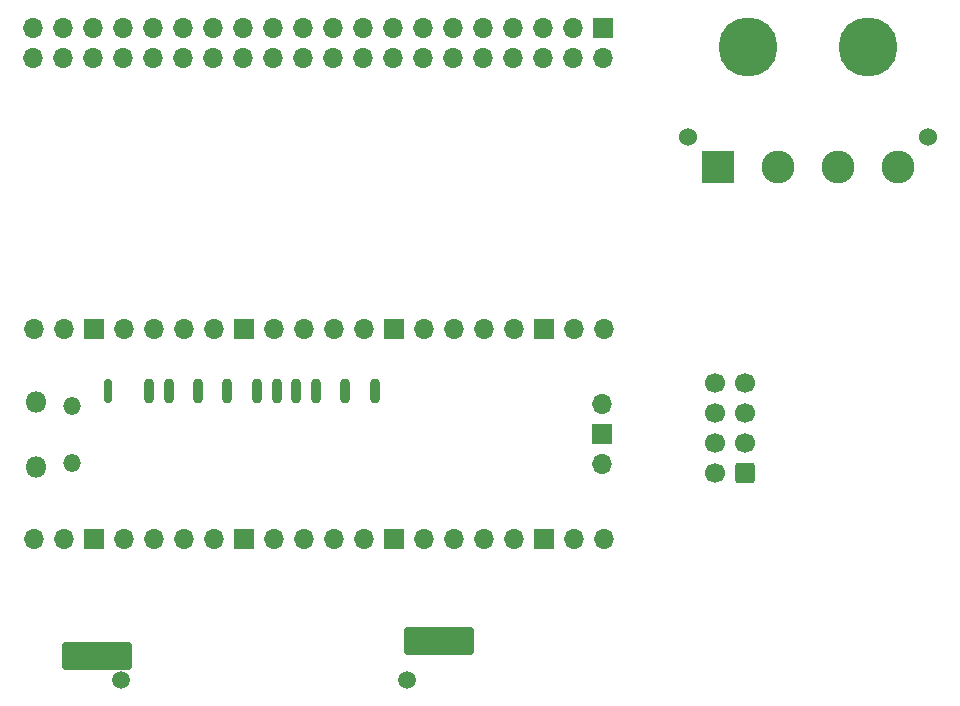
<source format=gbr>
%TF.GenerationSoftware,KiCad,Pcbnew,(6.0.1)*%
%TF.CreationDate,2022-03-24T11:58:16-04:00*%
%TF.ProjectId,FDC,4644432e-6b69-4636-9164-5f7063625858,rev?*%
%TF.SameCoordinates,Original*%
%TF.FileFunction,Soldermask,Bot*%
%TF.FilePolarity,Negative*%
%FSLAX46Y46*%
G04 Gerber Fmt 4.6, Leading zero omitted, Abs format (unit mm)*
G04 Created by KiCad (PCBNEW (6.0.1)) date 2022-03-24 11:58:16*
%MOMM*%
%LPD*%
G01*
G04 APERTURE LIST*
G04 Aperture macros list*
%AMRoundRect*
0 Rectangle with rounded corners*
0 $1 Rounding radius*
0 $2 $3 $4 $5 $6 $7 $8 $9 X,Y pos of 4 corners*
0 Add a 4 corners polygon primitive as box body*
4,1,4,$2,$3,$4,$5,$6,$7,$8,$9,$2,$3,0*
0 Add four circle primitives for the rounded corners*
1,1,$1+$1,$2,$3*
1,1,$1+$1,$4,$5*
1,1,$1+$1,$6,$7*
1,1,$1+$1,$8,$9*
0 Add four rect primitives between the rounded corners*
20,1,$1+$1,$2,$3,$4,$5,0*
20,1,$1+$1,$4,$5,$6,$7,0*
20,1,$1+$1,$6,$7,$8,$9,0*
20,1,$1+$1,$8,$9,$2,$3,0*%
G04 Aperture macros list end*
%ADD10R,1.700000X1.700000*%
%ADD11O,1.700000X1.700000*%
%ADD12RoundRect,0.250000X0.600000X0.600000X-0.600000X0.600000X-0.600000X-0.600000X0.600000X-0.600000X0*%
%ADD13C,1.700000*%
%ADD14C,1.524000*%
%ADD15C,5.000000*%
%ADD16R,2.780000X2.780000*%
%ADD17C,2.780000*%
%ADD18O,1.800000X1.800000*%
%ADD19O,1.500000X1.500000*%
%ADD20C,1.500000*%
%ADD21RoundRect,0.250400X0.149600X0.749600X-0.149600X0.749600X-0.149600X-0.749600X0.149600X-0.749600X0*%
%ADD22RoundRect,0.249900X0.100100X0.750100X-0.100100X0.750100X-0.100100X-0.750100X0.100100X-0.750100X0*%
%ADD23RoundRect,0.352800X2.647200X0.847200X-2.647200X0.847200X-2.647200X-0.847200X2.647200X-0.847200X0*%
%ADD24RoundRect,0.333600X2.666400X0.866400X-2.666400X0.866400X-2.666400X-0.866400X2.666400X-0.866400X0*%
G04 APERTURE END LIST*
D10*
%TO.C,J5*%
X162306000Y-60452000D03*
D11*
X162306000Y-62992000D03*
X159766000Y-60452000D03*
X159766000Y-62992000D03*
X157226000Y-60452000D03*
X157226000Y-62992000D03*
X154686000Y-60452000D03*
X154686000Y-62992000D03*
X152146000Y-60452000D03*
X152146000Y-62992000D03*
X149606000Y-60452000D03*
X149606000Y-62992000D03*
X147066000Y-60452000D03*
X147066000Y-62992000D03*
X144526000Y-60452000D03*
X144526000Y-62992000D03*
X141986000Y-60452000D03*
X141986000Y-62992000D03*
X139446000Y-60452000D03*
X139446000Y-62992000D03*
X136906000Y-60452000D03*
X136906000Y-62992000D03*
X134366000Y-60452000D03*
X134366000Y-62992000D03*
X131826000Y-60452000D03*
X131826000Y-62992000D03*
X129286000Y-60452000D03*
X129286000Y-62992000D03*
X126746000Y-60452000D03*
X126746000Y-62992000D03*
X124206000Y-60452000D03*
X124206000Y-62992000D03*
X121666000Y-60452000D03*
X121666000Y-62992000D03*
X119126000Y-60452000D03*
X119126000Y-62992000D03*
X116586000Y-60452000D03*
X116586000Y-62992000D03*
X114046000Y-60452000D03*
X114046000Y-62992000D03*
%TD*%
D12*
%TO.C,J1*%
X174371000Y-98107500D03*
D13*
X171831000Y-98107500D03*
X174371000Y-95567500D03*
X171831000Y-95567500D03*
X174371000Y-93027500D03*
X171831000Y-93027500D03*
X174371000Y-90487500D03*
X171831000Y-90487500D03*
%TD*%
D14*
%TO.C,J4*%
X169545000Y-69659500D03*
X189865000Y-69659500D03*
D15*
X184785000Y-62039500D03*
X174625000Y-62039500D03*
D16*
X172085000Y-72199500D03*
D17*
X177165000Y-72199500D03*
X182245000Y-72199500D03*
X187325000Y-72199500D03*
%TD*%
D18*
%TO.C,U2*%
X114303000Y-97594000D03*
X114303000Y-92144000D03*
D19*
X117333000Y-97294000D03*
X117333000Y-92444000D03*
D11*
X114173000Y-103759000D03*
X116713000Y-103759000D03*
D10*
X119253000Y-103759000D03*
D11*
X121793000Y-103759000D03*
X124333000Y-103759000D03*
X126873000Y-103759000D03*
X129413000Y-103759000D03*
D10*
X131953000Y-103759000D03*
D11*
X134493000Y-103759000D03*
X137033000Y-103759000D03*
X139573000Y-103759000D03*
X142113000Y-103759000D03*
D10*
X144653000Y-103759000D03*
D11*
X147193000Y-103759000D03*
X149733000Y-103759000D03*
X152273000Y-103759000D03*
X154813000Y-103759000D03*
D10*
X157353000Y-103759000D03*
D11*
X159893000Y-103759000D03*
X162433000Y-103759000D03*
X162433000Y-85979000D03*
X159893000Y-85979000D03*
D10*
X157353000Y-85979000D03*
D11*
X154813000Y-85979000D03*
X152273000Y-85979000D03*
X149733000Y-85979000D03*
X147193000Y-85979000D03*
D10*
X144653000Y-85979000D03*
D11*
X142113000Y-85979000D03*
X139573000Y-85979000D03*
X137033000Y-85979000D03*
X134493000Y-85979000D03*
D10*
X131953000Y-85979000D03*
D11*
X129413000Y-85979000D03*
X126873000Y-85979000D03*
X124333000Y-85979000D03*
X121793000Y-85979000D03*
D10*
X119253000Y-85979000D03*
D11*
X116713000Y-85979000D03*
X114173000Y-85979000D03*
X162203000Y-97409000D03*
D10*
X162203000Y-94869000D03*
D11*
X162203000Y-92329000D03*
%TD*%
D20*
%TO.C,J3*%
X121504000Y-115695500D03*
X145704000Y-115695500D03*
D21*
X140484000Y-91195500D03*
X137984000Y-91195500D03*
X134684000Y-91195500D03*
X132984000Y-91195500D03*
X130484000Y-91195500D03*
X127984000Y-91195500D03*
X125554000Y-91195500D03*
X123854000Y-91195500D03*
X142984000Y-91195500D03*
X136284000Y-91195500D03*
D22*
X120364000Y-91195500D03*
D23*
X119434000Y-113595500D03*
D24*
X148399000Y-112395500D03*
%TD*%
M02*

</source>
